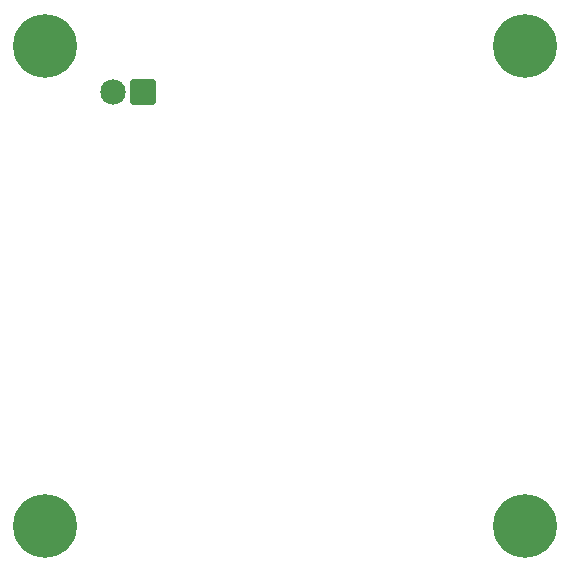
<source format=gbs>
%TF.GenerationSoftware,KiCad,Pcbnew,(5.1.10)-1*%
%TF.CreationDate,2021-10-30T21:19:33-04:00*%
%TF.ProjectId,Z_Brake,5a5f4272-616b-4652-9e6b-696361645f70,rev?*%
%TF.SameCoordinates,Original*%
%TF.FileFunction,Soldermask,Bot*%
%TF.FilePolarity,Negative*%
%FSLAX46Y46*%
G04 Gerber Fmt 4.6, Leading zero omitted, Abs format (unit mm)*
G04 Created by KiCad (PCBNEW (5.1.10)-1) date 2021-10-30 21:19:33*
%MOMM*%
%LPD*%
G01*
G04 APERTURE LIST*
%ADD10C,5.400000*%
%ADD11C,2.155000*%
G04 APERTURE END LIST*
D10*
%TO.C,MH1*%
X59055000Y-80010000D03*
%TD*%
%TO.C,MH2*%
X99695000Y-80010000D03*
%TD*%
%TO.C,MH3*%
X59055000Y-120650000D03*
%TD*%
%TO.C,MH4*%
X99695000Y-120650000D03*
%TD*%
%TO.C,P2*%
G36*
G01*
X66232500Y-84822500D02*
X66232500Y-83067500D01*
G75*
G02*
X66432500Y-82867500I200000J0D01*
G01*
X68187500Y-82867500D01*
G75*
G02*
X68387500Y-83067500I0J-200000D01*
G01*
X68387500Y-84822500D01*
G75*
G02*
X68187500Y-85022500I-200000J0D01*
G01*
X66432500Y-85022500D01*
G75*
G02*
X66232500Y-84822500I0J200000D01*
G01*
G37*
D11*
X64770000Y-83945000D03*
%TD*%
M02*

</source>
